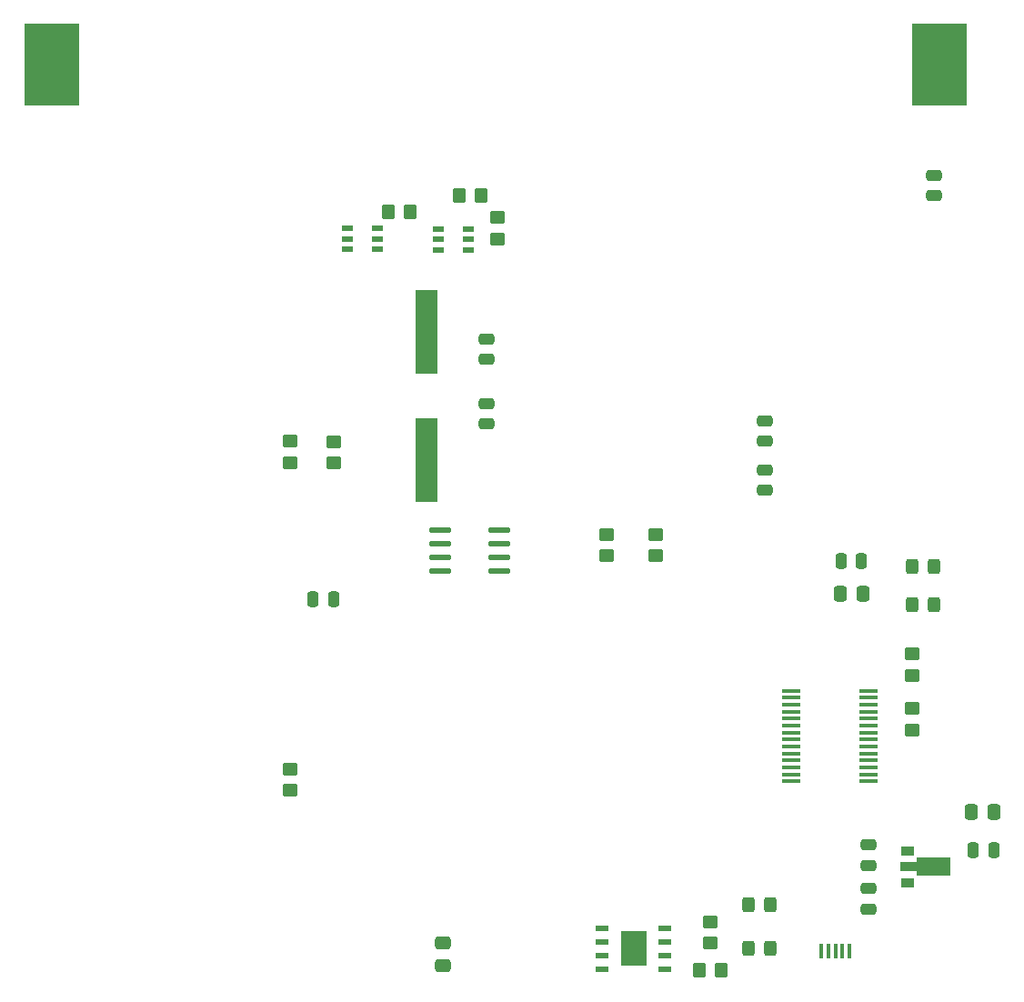
<source format=gbr>
%TF.GenerationSoftware,KiCad,Pcbnew,(7.0.0)*%
%TF.CreationDate,2023-04-03T20:33:43+02:00*%
%TF.ProjectId,EEE3088_design_project,45454533-3038-4385-9f64-657369676e5f,1.0*%
%TF.SameCoordinates,Original*%
%TF.FileFunction,Paste,Top*%
%TF.FilePolarity,Positive*%
%FSLAX46Y46*%
G04 Gerber Fmt 4.6, Leading zero omitted, Abs format (unit mm)*
G04 Created by KiCad (PCBNEW (7.0.0)) date 2023-04-03 20:33:43*
%MOMM*%
%LPD*%
G01*
G04 APERTURE LIST*
G04 Aperture macros list*
%AMRoundRect*
0 Rectangle with rounded corners*
0 $1 Rounding radius*
0 $2 $3 $4 $5 $6 $7 $8 $9 X,Y pos of 4 corners*
0 Add a 4 corners polygon primitive as box body*
4,1,4,$2,$3,$4,$5,$6,$7,$8,$9,$2,$3,0*
0 Add four circle primitives for the rounded corners*
1,1,$1+$1,$2,$3*
1,1,$1+$1,$4,$5*
1,1,$1+$1,$6,$7*
1,1,$1+$1,$8,$9*
0 Add four rect primitives between the rounded corners*
20,1,$1+$1,$2,$3,$4,$5,0*
20,1,$1+$1,$4,$5,$6,$7,0*
20,1,$1+$1,$6,$7,$8,$9,0*
20,1,$1+$1,$8,$9,$2,$3,0*%
%AMFreePoly0*
4,1,9,3.862500,-0.866500,0.737500,-0.866500,0.737500,-0.450000,-0.737500,-0.450000,-0.737500,0.450000,0.737500,0.450000,0.737500,0.866500,3.862500,0.866500,3.862500,-0.866500,3.862500,-0.866500,$1*%
G04 Aperture macros list end*
%ADD10R,1.300000X0.900000*%
%ADD11FreePoly0,0.000000*%
%ADD12RoundRect,0.250000X0.450000X-0.350000X0.450000X0.350000X-0.450000X0.350000X-0.450000X-0.350000X0*%
%ADD13RoundRect,0.250000X0.350000X0.450000X-0.350000X0.450000X-0.350000X-0.450000X0.350000X-0.450000X0*%
%ADD14RoundRect,0.250000X-0.250000X-0.475000X0.250000X-0.475000X0.250000X0.475000X-0.250000X0.475000X0*%
%ADD15RoundRect,0.250000X0.475000X-0.250000X0.475000X0.250000X-0.475000X0.250000X-0.475000X-0.250000X0*%
%ADD16RoundRect,0.250000X-0.337500X-0.475000X0.337500X-0.475000X0.337500X0.475000X-0.337500X0.475000X0*%
%ADD17RoundRect,0.250000X-0.325000X-0.450000X0.325000X-0.450000X0.325000X0.450000X-0.325000X0.450000X0*%
%ADD18R,1.000000X0.550013*%
%ADD19RoundRect,0.250000X-0.450000X0.350000X-0.450000X-0.350000X0.450000X-0.350000X0.450000X0.350000X0*%
%ADD20RoundRect,0.250000X-0.475000X0.250000X-0.475000X-0.250000X0.475000X-0.250000X0.475000X0.250000X0*%
%ADD21R,0.400000X1.400000*%
%ADD22RoundRect,0.250000X-0.475000X0.337500X-0.475000X-0.337500X0.475000X-0.337500X0.475000X0.337500X0*%
%ADD23RoundRect,0.250000X0.325000X0.450000X-0.325000X0.450000X-0.325000X-0.450000X0.325000X-0.450000X0*%
%ADD24O,2.045009X0.588011*%
%ADD25R,5.080010X7.620015*%
%ADD26R,1.200000X0.600000*%
%ADD27R,2.400000X3.300000*%
%ADD28R,2.000000X7.875000*%
%ADD29R,1.750000X0.450000*%
G04 APERTURE END LIST*
D10*
%TO.C,U7*%
X172293999Y-141755999D03*
D11*
X172381500Y-143256000D03*
D10*
X172293999Y-144755999D03*
%TD*%
D12*
%TO.C,R9*%
X148844000Y-114300000D03*
X148844000Y-112300000D03*
%TD*%
D13*
%TO.C,R4*%
X154940000Y-152908000D03*
X152940000Y-152908000D03*
%TD*%
D14*
%TO.C,C8*%
X178440000Y-141732000D03*
X180340000Y-141732000D03*
%TD*%
D12*
%TO.C,R11*%
X118872000Y-105648000D03*
X118872000Y-103648000D03*
%TD*%
D15*
%TO.C,C10*%
X168656000Y-143124000D03*
X168656000Y-141224000D03*
%TD*%
D14*
%TO.C,C1*%
X166120500Y-114746000D03*
X168020500Y-114746000D03*
%TD*%
%TO.C,C13*%
X116972000Y-118364000D03*
X118872000Y-118364000D03*
%TD*%
D16*
%TO.C,C2*%
X166094500Y-117856000D03*
X168169500Y-117856000D03*
%TD*%
D17*
%TO.C,D1*%
X172702000Y-118872000D03*
X174752000Y-118872000D03*
%TD*%
D13*
%TO.C,R5*%
X132588000Y-80772000D03*
X130588000Y-80772000D03*
%TD*%
D15*
%TO.C,C12*%
X174752000Y-80772000D03*
X174752000Y-78872000D03*
%TD*%
D18*
%TO.C,U5*%
X128647948Y-83886037D03*
X128647948Y-84835999D03*
X128647948Y-85785961D03*
X131448050Y-85785961D03*
X131448050Y-84835999D03*
X131448050Y-83886037D03*
%TD*%
D19*
%TO.C,R12*%
X114808000Y-134144000D03*
X114808000Y-136144000D03*
%TD*%
D20*
%TO.C,C5*%
X159004000Y-106304000D03*
X159004000Y-108204000D03*
%TD*%
D18*
%TO.C,U6*%
X120135897Y-83819999D03*
X120135897Y-84769961D03*
X120135897Y-85719923D03*
X122935999Y-85719923D03*
X122935999Y-84769961D03*
X122935999Y-83819999D03*
%TD*%
D17*
%TO.C,D4*%
X157462000Y-150876000D03*
X159512000Y-150876000D03*
%TD*%
D12*
%TO.C,R8*%
X144272000Y-114300000D03*
X144272000Y-112300000D03*
%TD*%
D21*
%TO.C,USB1*%
X164308024Y-151051826D03*
X164958012Y-151051826D03*
X165607999Y-151051826D03*
X166257986Y-151051826D03*
X166907974Y-151051826D03*
%TD*%
D22*
%TO.C,C9*%
X129032000Y-150346500D03*
X129032000Y-152421500D03*
%TD*%
D12*
%TO.C,R2*%
X172720000Y-125444000D03*
X172720000Y-123444000D03*
%TD*%
D16*
%TO.C,C7*%
X178265000Y-138176000D03*
X180340000Y-138176000D03*
%TD*%
D23*
%TO.C,D3*%
X159512000Y-146812000D03*
X157462000Y-146812000D03*
%TD*%
D12*
%TO.C,R1*%
X172720000Y-130524000D03*
X172720000Y-128524000D03*
%TD*%
D17*
%TO.C,D2*%
X172702000Y-115316000D03*
X174752000Y-115316000D03*
%TD*%
D15*
%TO.C,C11*%
X168656000Y-147188000D03*
X168656000Y-145288000D03*
%TD*%
D24*
%TO.C,U3*%
X128799583Y-111886995D03*
X128799583Y-113156998D03*
X128799583Y-114427000D03*
X128799583Y-115697003D03*
X134344415Y-115697003D03*
X134344415Y-114427000D03*
X134344415Y-113156998D03*
X134344415Y-111886995D03*
%TD*%
D25*
%TO.C,BT1*%
X175259999Y-68579999D03*
X92633633Y-68579999D03*
%TD*%
D19*
%TO.C,R7*%
X134112000Y-82804000D03*
X134112000Y-84804000D03*
%TD*%
D15*
%TO.C,C3*%
X133129000Y-102009000D03*
X133129000Y-100109000D03*
%TD*%
D26*
%TO.C,U4*%
X143903693Y-148970995D03*
X143903693Y-150240998D03*
X143903693Y-151511000D03*
X143903693Y-152781003D03*
X149720305Y-152781003D03*
X149720305Y-151511000D03*
X149720305Y-150240998D03*
X149720305Y-148970995D03*
D27*
X146811999Y-150875999D03*
%TD*%
D15*
%TO.C,C4*%
X133129000Y-95979000D03*
X133129000Y-94079000D03*
%TD*%
D13*
%TO.C,R6*%
X125984000Y-82296000D03*
X123984000Y-82296000D03*
%TD*%
D28*
%TO.C,Y1*%
X127507999Y-93471999D03*
X127507999Y-105346999D03*
%TD*%
D12*
%TO.C,R10*%
X114808000Y-105632000D03*
X114808000Y-103632000D03*
%TD*%
D19*
%TO.C,R3*%
X153924000Y-148368000D03*
X153924000Y-150368000D03*
%TD*%
D29*
%TO.C,U2*%
X161499999Y-126838999D03*
X161499999Y-127488999D03*
X161499999Y-128138999D03*
X161499999Y-128788999D03*
X161499999Y-129438999D03*
X161499999Y-130088999D03*
X161499999Y-130738999D03*
X161499999Y-131388999D03*
X161499999Y-132038999D03*
X161499999Y-132688999D03*
X161499999Y-133338999D03*
X161499999Y-133988999D03*
X161499999Y-134638999D03*
X161499999Y-135288999D03*
X168699999Y-135288999D03*
X168699999Y-134638999D03*
X168699999Y-133988999D03*
X168699999Y-133338999D03*
X168699999Y-132688999D03*
X168699999Y-132038999D03*
X168699999Y-131388999D03*
X168699999Y-130738999D03*
X168699999Y-130088999D03*
X168699999Y-129438999D03*
X168699999Y-128788999D03*
X168699999Y-128138999D03*
X168699999Y-127488999D03*
X168699999Y-126838999D03*
%TD*%
D15*
%TO.C,C6*%
X159004000Y-103632000D03*
X159004000Y-101732000D03*
%TD*%
M02*

</source>
